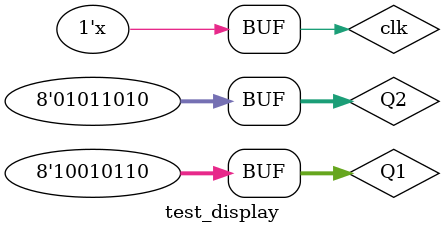
<source format=v>
`timescale 1ns / 1ps


module test_display();
	reg clk;  
    reg [7:0]Q1, Q2;
    wire DP;
    wire [3:0] AN;
    wire [6:0] A2G;
    
    display test(clk, Q1, Q2, DP, AN, A2G);
    
    initial begin
    	clk = 0;
    	Q1 = 8'b10010110;
    	Q2 = 8'b01011010;
    end
    
    always #50 clk = ~clk;
endmodule

</source>
